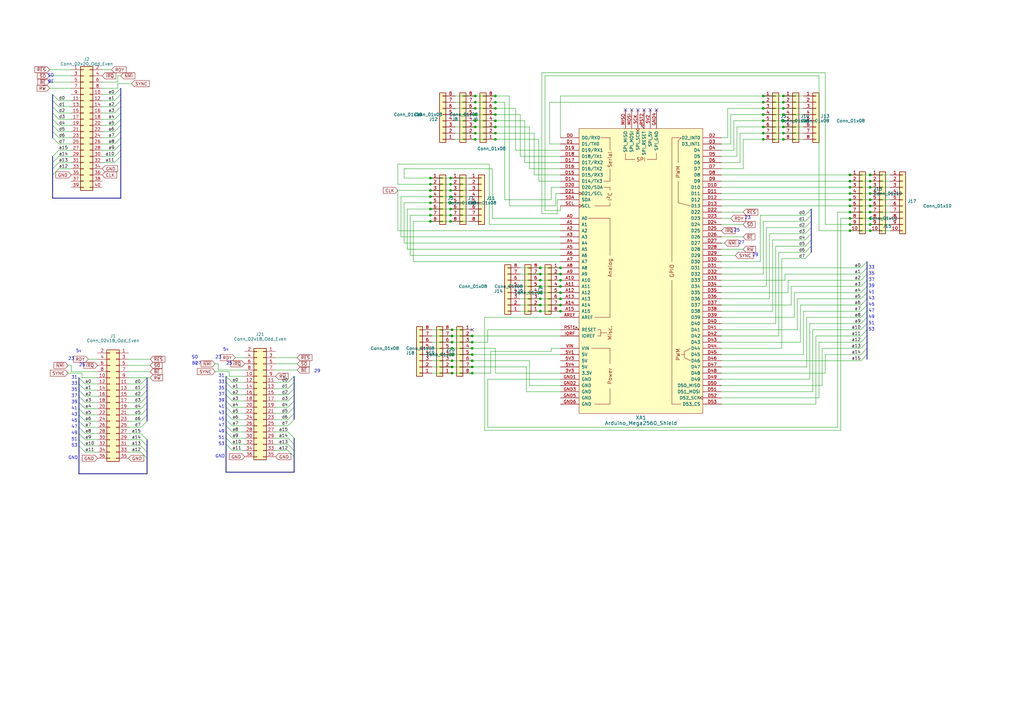
<source format=kicad_sch>
(kicad_sch (version 20230121) (generator eeschema)
  (paper "A3")
  (title_block (title "AT65C02 Hobby Computer") (date "2023-03-15") (rev "Rev003") (company "This AT65C02 version by AdamT117. ") (comment 1 "Revisions to Dawid Buchwald design and additions as marked. ") (comment 2 "Tebl for the Blinkies. Daryl Rictor for the DEC-1 design.") (comment 3 "Based on Ben Eater's design. AndersBNielsen for the \"Simple Universal Modem\" design.") (comment 4 "Original Author: Dawid Buchwald with AT65C02 additions"))
  (junction (at 348.615 84.455))
  (junction (at 193.675 147.955))
  (junction (at 356.87 79.375))
  (junction (at 229.87 114.935))
  (junction (at 184.785 80.645))
  (junction (at 185.42 150.495))
  (junction (at 221.615 122.555))
  (junction (at 185.42 147.955))
  (junction (at 348.615 89.535))
  (junction (at 313.055 49.53))
  (junction (at 221.615 117.475))
  (junction (at 356.87 71.755))
  (junction (at 321.31 46.99))
  (junction (at 356.87 92.075))
  (junction (at 176.53 88.265))
  (junction (at 356.87 94.615))
  (junction (at 176.53 78.105))
  (junction (at 313.055 52.07))
  (junction (at 176.53 75.565))
  (junction (at 193.675 145.415))
  (junction (at 321.31 41.91))
  (junction (at 193.675 137.795))
  (junction (at 229.87 125.095))
  (junction (at 221.615 109.855))
  (junction (at 229.87 122.555))
  (junction (at 356.87 74.295))
  (junction (at 194.945 46.99))
  (junction (at 184.785 90.805))
  (junction (at 193.675 150.495))
  (junction (at 194.945 39.37))
  (junction (at 229.87 112.395))
  (junction (at 184.785 88.265))
  (junction (at 184.785 75.565))
  (junction (at 185.42 140.335))
  (junction (at 313.055 54.61))
  (junction (at 356.87 84.455))
  (junction (at 356.87 76.835))
  (junction (at 221.615 114.935))
  (junction (at 176.53 83.185))
  (junction (at 321.31 39.37))
  (junction (at 194.945 54.61))
  (junction (at 313.055 44.45))
  (junction (at 203.2 54.61))
  (junction (at 185.42 153.035))
  (junction (at 184.785 73.025))
  (junction (at 229.87 120.015))
  (junction (at 321.31 57.15))
  (junction (at 176.53 73.025))
  (junction (at 185.42 137.795))
  (junction (at 356.87 86.995))
  (junction (at 348.615 92.075))
  (junction (at 184.785 85.725))
  (junction (at 221.615 125.095))
  (junction (at 356.87 89.535))
  (junction (at 176.53 90.805))
  (junction (at 221.615 112.395))
  (junction (at 176.53 85.725))
  (junction (at 176.53 80.645))
  (junction (at 203.2 57.15))
  (junction (at 203.2 44.45))
  (junction (at 184.785 78.105))
  (junction (at 313.055 39.37))
  (junction (at 313.055 46.99))
  (junction (at 193.675 142.875))
  (junction (at 203.2 46.99))
  (junction (at 348.615 79.375))
  (junction (at 221.615 127.635))
  (junction (at 229.87 127.635))
  (junction (at 348.615 81.915))
  (junction (at 321.31 54.61))
  (junction (at 193.675 140.335))
  (junction (at 194.945 52.07))
  (junction (at 229.87 117.475))
  (junction (at 185.42 145.415))
  (junction (at 194.945 41.91))
  (junction (at 194.945 57.15))
  (junction (at 313.055 41.91))
  (junction (at 348.615 86.995))
  (junction (at 203.2 39.37))
  (junction (at 348.615 74.295))
  (junction (at 321.31 52.07))
  (junction (at 321.31 49.53))
  (junction (at 229.87 109.855))
  (junction (at 185.42 135.255))
  (junction (at 203.2 49.53))
  (junction (at 348.615 71.755))
  (junction (at 221.615 120.015))
  (junction (at 356.87 81.915))
  (junction (at 313.055 57.15))
  (junction (at 348.615 94.615))
  (junction (at 194.945 44.45))
  (junction (at 203.2 41.91))
  (junction (at 193.675 153.035))
  (junction (at 203.2 52.07))
  (junction (at 348.615 76.835))
  (junction (at 184.785 83.185))
  (junction (at 321.31 44.45))
  (junction (at 185.42 142.875))
  (junction (at 194.945 49.53))
  (no_connect (at 256.54 45.085))
  (no_connect (at 264.16 45.085))
  (no_connect (at 266.7 45.085))
  (no_connect (at 259.08 45.085))
  (no_connect (at 261.62 45.085))
  (no_connect (at 193.675 135.255))
  (no_connect (at 269.24 45.085))
  (bus_entry (at 32.385 154.94) (size 2.54 2.54))
  (bus_entry (at 60.325 185.42) (size -2.54 -2.54))
  (bus_entry (at 57.785 162.56) (size 2.54 -2.54))
  (bus_entry (at 49.53 51.435) (size -2.54 2.54))
  (bus_entry (at 330.2 90.805) (size 2.54 -2.54))
  (bus_entry (at 118.11 161.925) (size 2.54 -2.54))
  (bus_entry (at 49.53 61.595) (size -2.54 2.54))
  (bus_entry (at 330.2 88.265) (size 2.54 -2.54))
  (bus_entry (at 32.385 172.72) (size 2.54 2.54))
  (bus_entry (at 92.71 159.385) (size 2.54 2.54))
  (bus_entry (at 32.385 182.88) (size 2.54 2.54))
  (bus_entry (at 355.6 114.935) (size -2.54 2.54))
  (bus_entry (at 355.6 137.795) (size -2.54 2.54))
  (bus_entry (at 57.785 175.26) (size 2.54 -2.54))
  (bus_entry (at 49.53 46.355) (size -2.54 2.54))
  (bus_entry (at 49.53 53.975) (size -2.54 2.54))
  (bus_entry (at 355.6 135.255) (size -2.54 2.54))
  (bus_entry (at 57.785 160.02) (size 2.54 -2.54))
  (bus_entry (at 355.6 130.175) (size -2.54 2.54))
  (bus_entry (at 60.325 187.96) (size -2.54 -2.54))
  (bus_entry (at 57.785 167.64) (size 2.54 -2.54))
  (bus_entry (at 355.6 142.875) (size -2.54 2.54))
  (bus_entry (at 32.385 167.64) (size 2.54 2.54))
  (bus_entry (at 355.6 120.015) (size -2.54 2.54))
  (bus_entry (at 21.59 71.755) (size 2.54 -2.54))
  (bus_entry (at 330.2 106.045) (size 2.54 -2.54))
  (bus_entry (at 330.2 95.885) (size 2.54 -2.54))
  (bus_entry (at 118.11 172.085) (size 2.54 -2.54))
  (bus_entry (at 120.65 179.705) (size -2.54 -2.54))
  (bus_entry (at 24.13 43.815) (size -2.54 -2.54))
  (bus_entry (at 32.385 177.8) (size 2.54 2.54))
  (bus_entry (at 92.71 179.705) (size 2.54 2.54))
  (bus_entry (at 118.11 174.625) (size 2.54 -2.54))
  (bus_entry (at 355.6 107.315) (size -2.54 2.54))
  (bus_entry (at 118.11 167.005) (size 2.54 -2.54))
  (bus_entry (at 24.13 51.435) (size -2.54 -2.54))
  (bus_entry (at 330.2 103.505) (size 2.54 -2.54))
  (bus_entry (at 355.6 125.095) (size -2.54 2.54))
  (bus_entry (at 24.13 48.895) (size -2.54 -2.54))
  (bus_entry (at 355.6 145.415) (size -2.54 2.54))
  (bus_entry (at 355.6 109.855) (size -2.54 2.54))
  (bus_entry (at 60.325 182.88) (size -2.54 -2.54))
  (bus_entry (at 21.59 69.215) (size 2.54 -2.54))
  (bus_entry (at 355.6 140.335) (size -2.54 2.54))
  (bus_entry (at 118.11 164.465) (size 2.54 -2.54))
  (bus_entry (at 355.6 127.635) (size -2.54 2.54))
  (bus_entry (at 49.53 41.275) (size -2.54 2.54))
  (bus_entry (at 32.385 160.02) (size 2.54 2.54))
  (bus_entry (at 32.385 162.56) (size 2.54 2.54))
  (bus_entry (at 330.2 93.345) (size 2.54 -2.54))
  (bus_entry (at 60.325 180.34) (size -2.54 -2.54))
  (bus_entry (at 21.59 64.135) (size 2.54 -2.54))
  (bus_entry (at 24.13 53.975) (size -2.54 -2.54))
  (bus_entry (at 355.6 132.715) (size -2.54 2.54))
  (bus_entry (at 49.53 59.055) (size -2.54 2.54))
  (bus_entry (at 118.11 169.545) (size 2.54 -2.54))
  (bus_entry (at 355.6 117.475) (size -2.54 2.54))
  (bus_entry (at 120.65 184.785) (size -2.54 -2.54))
  (bus_entry (at 32.385 175.26) (size 2.54 2.54))
  (bus_entry (at 330.2 98.425) (size 2.54 -2.54))
  (bus_entry (at 118.11 159.385) (size 2.54 -2.54))
  (bus_entry (at 92.71 161.925) (size 2.54 2.54))
  (bus_entry (at 92.71 164.465) (size 2.54 2.54))
  (bus_entry (at 355.6 122.555) (size -2.54 2.54))
  (bus_entry (at 49.53 38.735) (size -2.54 2.54))
  (bus_entry (at 92.71 182.245) (size 2.54 2.54))
  (bus_entry (at 92.71 154.305) (size 2.54 2.54))
  (bus_entry (at 120.65 182.245) (size -2.54 -2.54))
  (bus_entry (at 57.785 165.1) (size 2.54 -2.54))
  (bus_entry (at 49.53 48.895) (size -2.54 2.54))
  (bus_entry (at 92.71 177.165) (size 2.54 2.54))
  (bus_entry (at 32.385 180.34) (size 2.54 2.54))
  (bus_entry (at 92.71 169.545) (size 2.54 2.54))
  (bus_entry (at 92.71 167.005) (size 2.54 2.54))
  (bus_entry (at 24.13 59.055) (size -2.54 -2.54))
  (bus_entry (at 57.785 172.72) (size 2.54 -2.54))
  (bus_entry (at 118.11 156.845) (size 2.54 -2.54))
  (bus_entry (at 330.2 100.965) (size 2.54 -2.54))
  (bus_entry (at 21.59 66.675) (size 2.54 -2.54))
  (bus_entry (at 92.71 156.845) (size 2.54 2.54))
  (bus_entry (at 57.785 170.18) (size 2.54 -2.54))
  (bus_entry (at 24.13 46.355) (size -2.54 -2.54))
  (bus_entry (at 49.53 56.515) (size -2.54 2.54))
  (bus_entry (at 32.385 165.1) (size 2.54 2.54))
  (bus_entry (at 92.71 172.085) (size 2.54 2.54))
  (bus_entry (at 92.71 174.625) (size 2.54 2.54))
  (bus_entry (at 49.53 64.135) (size -2.54 2.54))
  (bus_entry (at 49.53 43.815) (size -2.54 2.54))
  (bus_entry (at 57.785 157.48) (size 2.54 -2.54))
  (bus_entry (at 49.53 36.195) (size -2.54 2.54))
  (bus_entry (at 24.13 56.515) (size -2.54 -2.54))
  (bus_entry (at 24.13 41.275) (size -2.54 -2.54))
  (bus_entry (at 355.6 112.395) (size -2.54 2.54))
  (bus_entry (at 120.65 187.325) (size -2.54 -2.54))
  (bus_entry (at 32.385 170.18) (size 2.54 2.54))
  (bus_entry (at 32.385 157.48) (size 2.54 2.54))
  (wire (pts (xy 176.53 85.725) (xy 184.785 85.725)))
  (wire (pts (xy 217.17 158.115) (xy 217.17 147.955)))
  (wire (pts (xy 52.705 160.02) (xy 57.785 160.02)))
  (bus (pts (xy 120.65 169.545) (xy 120.65 172.085)))
  (bus (pts (xy 49.53 36.195) (xy 49.53 38.735)))
  (wire (pts (xy 198.755 130.175) (xy 198.755 176.53)))
  (wire (pts (xy 184.785 88.265) (xy 192.405 88.265)))
  (wire (pts (xy 95.25 182.245) (xy 100.33 182.245)))
  (wire (pts (xy 302.26 52.07) (xy 313.055 52.07)))
  (wire (pts (xy 52.705 172.72) (xy 57.785 172.72)))
  (wire (pts (xy 229.87 86.36) (xy 229.87 84.455)))
  (wire (pts (xy 348.615 94.615) (xy 335.915 94.615)))
  (bus (pts (xy 49.53 46.355) (xy 49.53 48.895)))
  (wire (pts (xy 295.91 86.995) (xy 304.8 86.995)))
  (wire (pts (xy 113.03 169.545) (xy 118.11 169.545)))
  (wire (pts (xy 193.675 137.795) (xy 229.87 137.795)))
  (wire (pts (xy 227.965 79.375) (xy 229.87 79.375)))
  (wire (pts (xy 221.615 109.855) (xy 229.87 109.855)))
  (wire (pts (xy 95.25 172.085) (xy 100.33 172.085)))
  (wire (pts (xy 194.945 44.45) (xy 203.2 44.45)))
  (wire (pts (xy 226.06 81.915) (xy 226.06 76.835)))
  (wire (pts (xy 176.53 88.265) (xy 184.785 88.265)))
  (bus (pts (xy 49.53 38.735) (xy 49.53 41.275)))
  (wire (pts (xy 29.21 28.575) (xy 20.32 28.575)))
  (bus (pts (xy 92.71 174.625) (xy 92.71 177.165)))
  (wire (pts (xy 222.25 29.845) (xy 338.455 29.845)))
  (wire (pts (xy 338.455 92.075) (xy 348.615 92.075)))
  (bus (pts (xy 60.325 194.31) (xy 60.325 187.96)))
  (wire (pts (xy 29.21 33.655) (xy 20.32 33.655)))
  (wire (pts (xy 57.785 185.42) (xy 52.705 185.42)))
  (wire (pts (xy 348.615 76.835) (xy 356.87 76.835)))
  (wire (pts (xy 194.945 39.37) (xy 203.2 39.37)))
  (wire (pts (xy 40.005 182.88) (xy 34.925 182.88)))
  (wire (pts (xy 295.91 132.715) (xy 318.135 132.715)))
  (wire (pts (xy 95.25 164.465) (xy 100.33 164.465)))
  (wire (pts (xy 315.595 95.885) (xy 330.2 95.885)))
  (wire (pts (xy 41.91 41.275) (xy 46.99 41.275)))
  (bus (pts (xy 21.59 48.895) (xy 21.59 51.435)))
  (bus (pts (xy 60.325 185.42) (xy 60.325 182.88)))
  (wire (pts (xy 29.21 59.055) (xy 24.13 59.055)))
  (wire (pts (xy 295.91 125.095) (xy 324.485 125.095)))
  (wire (pts (xy 41.91 38.735) (xy 46.99 38.735)))
  (wire (pts (xy 348.615 94.615) (xy 356.87 94.615)))
  (wire (pts (xy 329.565 49.53) (xy 321.31 49.53)))
  (wire (pts (xy 40.005 157.48) (xy 34.925 157.48)))
  (wire (pts (xy 365.125 79.375) (xy 356.87 79.375)))
  (bus (pts (xy 355.6 145.415) (xy 355.6 142.875)))
  (wire (pts (xy 52.705 162.56) (xy 57.785 162.56)))
  (wire (pts (xy 52.705 175.26) (xy 57.785 175.26)))
  (wire (pts (xy 295.91 79.375) (xy 348.615 79.375)))
  (wire (pts (xy 324.485 125.095) (xy 324.485 117.475)))
  (wire (pts (xy 48.26 33.655) (xy 48.26 31.115)))
  (wire (pts (xy 343.535 86.995) (xy 348.615 86.995)))
  (bus (pts (xy 120.65 159.385) (xy 120.65 161.925)))
  (wire (pts (xy 163.195 75.565) (xy 176.53 75.565)))
  (wire (pts (xy 203.2 44.45) (xy 211.455 44.45)))
  (wire (pts (xy 221.615 125.095) (xy 229.87 125.095)))
  (wire (pts (xy 40.005 160.02) (xy 34.925 160.02)))
  (wire (pts (xy 226.06 144.145) (xy 226.06 142.875)))
  (wire (pts (xy 213.36 120.015) (xy 221.615 120.015)))
  (wire (pts (xy 321.31 44.45) (xy 313.055 44.45)))
  (wire (pts (xy 184.785 78.105) (xy 192.405 78.105)))
  (wire (pts (xy 169.545 107.315) (xy 229.87 107.315)))
  (wire (pts (xy 169.545 90.805) (xy 169.545 107.315)))
  (wire (pts (xy 219.075 54.61) (xy 219.075 71.755)))
  (bus (pts (xy 49.53 48.895) (xy 49.53 51.435)))
  (bus (pts (xy 60.325 170.18) (xy 60.325 172.72)))
  (bus (pts (xy 32.385 182.88) (xy 32.385 194.31)))
  (wire (pts (xy 220.98 74.295) (xy 229.87 74.295)))
  (wire (pts (xy 185.42 150.495) (xy 193.675 150.495)))
  (wire (pts (xy 215.265 49.53) (xy 215.265 66.675)))
  (bus (pts (xy 120.65 184.785) (xy 120.65 182.245)))
  (bus (pts (xy 32.385 162.56) (xy 32.385 165.1)))
  (wire (pts (xy 186.69 52.07) (xy 194.945 52.07)))
  (wire (pts (xy 295.91 107.315) (xy 311.785 107.315)))
  (wire (pts (xy 52.705 152.4) (xy 61.595 152.4)))
  (wire (pts (xy 60.325 154.94) (xy 61.595 154.94)))
  (wire (pts (xy 295.91 66.675) (xy 303.53 66.675)))
  (wire (pts (xy 203.2 52.07) (xy 217.17 52.07)))
  (wire (pts (xy 365.125 76.835) (xy 356.87 76.835)))
  (wire (pts (xy 229.87 39.37) (xy 313.055 39.37)))
  (wire (pts (xy 40.005 147.32) (xy 36.195 147.32)))
  (bus (pts (xy 332.74 93.345) (xy 332.74 95.885)))
  (wire (pts (xy 165.735 83.185) (xy 176.53 83.185)))
  (wire (pts (xy 27.94 149.86) (xy 29.21 149.86)))
  (wire (pts (xy 167.005 102.235) (xy 229.87 102.235)))
  (bus (pts (xy 120.65 187.325) (xy 120.65 184.785)))
  (bus (pts (xy 60.325 162.56) (xy 60.325 165.1)))
  (wire (pts (xy 113.03 172.085) (xy 118.11 172.085)))
  (wire (pts (xy 95.25 167.005) (xy 100.33 167.005)))
  (wire (pts (xy 300.99 61.595) (xy 300.99 49.53)))
  (wire (pts (xy 29.21 56.515) (xy 24.13 56.515)))
  (wire (pts (xy 217.17 69.215) (xy 229.87 69.215)))
  (wire (pts (xy 337.185 158.115) (xy 337.185 142.875)))
  (wire (pts (xy 169.545 90.805) (xy 176.53 90.805)))
  (wire (pts (xy 184.785 75.565) (xy 192.405 75.565)))
  (wire (pts (xy 225.425 41.91) (xy 313.055 41.91)))
  (bus (pts (xy 21.59 38.735) (xy 21.59 41.275)))
  (wire (pts (xy 365.125 84.455) (xy 356.87 84.455)))
  (wire (pts (xy 186.69 54.61) (xy 194.945 54.61)))
  (wire (pts (xy 40.005 152.4) (xy 29.21 152.4)))
  (wire (pts (xy 213.36 46.99) (xy 213.36 64.135)))
  (wire (pts (xy 93.98 154.305) (xy 100.33 154.305)))
  (wire (pts (xy 295.91 122.555) (xy 315.595 122.555)))
  (wire (pts (xy 295.91 97.155) (xy 304.8 97.155)))
  (wire (pts (xy 24.13 61.595) (xy 29.21 61.595)))
  (wire (pts (xy 213.36 125.095) (xy 221.615 125.095)))
  (wire (pts (xy 194.945 41.91) (xy 203.2 41.91)))
  (bus (pts (xy 355.6 112.395) (xy 355.6 114.935)))
  (wire (pts (xy 177.165 137.795) (xy 185.42 137.795)))
  (wire (pts (xy 329.565 41.91) (xy 321.31 41.91)))
  (wire (pts (xy 335.915 163.195) (xy 335.915 140.335)))
  (wire (pts (xy 325.755 120.015) (xy 325.755 130.175)))
  (bus (pts (xy 92.71 193.675) (xy 120.65 193.675)))
  (bus (pts (xy 92.71 177.165) (xy 92.71 179.705)))
  (wire (pts (xy 325.755 130.175) (xy 295.91 130.175)))
  (wire (pts (xy 203.2 39.37) (xy 208.915 39.37)))
  (wire (pts (xy 203.2 142.875) (xy 193.675 142.875)))
  (wire (pts (xy 356.87 81.915) (xy 348.615 81.915)))
  (wire (pts (xy 329.565 39.37) (xy 321.31 39.37)))
  (wire (pts (xy 221.615 112.395) (xy 229.87 112.395)))
  (bus (pts (xy 92.71 167.005) (xy 92.71 169.545)))
  (wire (pts (xy 316.865 98.425) (xy 330.2 98.425)))
  (wire (pts (xy 203.2 54.61) (xy 219.075 54.61)))
  (wire (pts (xy 29.21 36.195) (xy 20.32 36.195)))
  (wire (pts (xy 365.125 71.755) (xy 356.87 71.755)))
  (bus (pts (xy 120.65 193.675) (xy 120.65 187.325)))
  (bus (pts (xy 60.325 165.1) (xy 60.325 167.64)))
  (wire (pts (xy 295.91 102.235) (xy 304.8 102.235)))
  (wire (pts (xy 329.565 145.415) (xy 329.565 127.635)))
  (wire (pts (xy 299.72 59.055) (xy 295.91 59.055)))
  (bus (pts (xy 332.74 85.725) (xy 332.74 88.265)))
  (wire (pts (xy 333.375 135.255) (xy 353.06 135.255)))
  (wire (pts (xy 295.91 153.035) (xy 338.455 153.035)))
  (bus (pts (xy 332.74 98.425) (xy 332.74 100.965)))
  (wire (pts (xy 215.265 66.675) (xy 229.87 66.675)))
  (wire (pts (xy 29.21 31.115) (xy 20.32 31.115)))
  (bus (pts (xy 49.53 41.275) (xy 49.53 43.815)))
  (wire (pts (xy 177.165 135.255) (xy 185.42 135.255)))
  (bus (pts (xy 21.59 71.755) (xy 21.59 81.28)))
  (wire (pts (xy 113.03 156.845) (xy 118.11 156.845)))
  (wire (pts (xy 185.42 135.255) (xy 193.675 135.255)))
  (wire (pts (xy 176.53 80.645) (xy 184.785 80.645)))
  (wire (pts (xy 219.075 71.755) (xy 229.87 71.755)))
  (wire (pts (xy 215.9 160.655) (xy 215.9 150.495)))
  (wire (pts (xy 365.125 86.995) (xy 356.87 86.995)))
  (wire (pts (xy 41.91 28.575) (xy 45.72 28.575)))
  (wire (pts (xy 29.21 46.355) (xy 24.13 46.355)))
  (wire (pts (xy 215.9 150.495) (xy 193.675 150.495)))
  (wire (pts (xy 208.915 39.37) (xy 208.915 84.455)))
  (wire (pts (xy 298.45 44.45) (xy 313.055 44.45)))
  (wire (pts (xy 203.2 153.035) (xy 203.2 142.875)))
  (wire (pts (xy 89.535 151.765) (xy 100.33 151.765)))
  (wire (pts (xy 295.91 74.295) (xy 348.615 74.295)))
  (wire (pts (xy 165.735 99.695) (xy 229.87 99.695)))
  (wire (pts (xy 201.295 153.035) (xy 201.295 144.145)))
  (wire (pts (xy 321.31 41.91) (xy 313.055 41.91)))
  (wire (pts (xy 319.405 137.795) (xy 295.91 137.795)))
  (wire (pts (xy 113.03 177.165) (xy 118.11 177.165)))
  (bus (pts (xy 355.6 120.015) (xy 355.6 122.555)))
  (wire (pts (xy 52.705 165.1) (xy 57.785 165.1)))
  (wire (pts (xy 314.325 117.475) (xy 295.91 117.475)))
  (wire (pts (xy 29.21 48.895) (xy 24.13 48.895)))
  (wire (pts (xy 113.03 149.225) (xy 121.92 149.225)))
  (bus (pts (xy 355.6 122.555) (xy 355.6 125.095)))
  (bus (pts (xy 21.59 69.215) (xy 21.59 66.675)))
  (wire (pts (xy 332.105 155.575) (xy 332.105 132.715)))
  (wire (pts (xy 29.21 152.4) (xy 29.21 149.86)))
  (bus (pts (xy 32.385 157.48) (xy 32.385 160.02)))
  (wire (pts (xy 229.87 130.175) (xy 198.755 130.175)))
  (wire (pts (xy 201.93 69.215) (xy 201.93 89.535)))
  (wire (pts (xy 163.195 78.105) (xy 163.195 94.615)))
  (bus (pts (xy 60.325 187.96) (xy 60.325 185.42)))
  (wire (pts (xy 311.785 107.315) (xy 311.785 88.265)))
  (bus (pts (xy 21.59 66.675) (xy 21.59 64.135)))
  (wire (pts (xy 185.42 137.795) (xy 193.675 137.795)))
  (bus (pts (xy 92.71 182.245) (xy 92.71 193.675)))
  (wire (pts (xy 295.91 61.595) (xy 300.99 61.595)))
  (wire (pts (xy 225.425 59.055) (xy 225.425 41.91)))
  (wire (pts (xy 295.91 109.855) (xy 353.06 109.855)))
  (wire (pts (xy 295.91 76.835) (xy 348.615 76.835)))
  (bus (pts (xy 21.59 71.755) (xy 21.59 69.215)))
  (wire (pts (xy 185.42 142.875) (xy 193.675 142.875)))
  (wire (pts (xy 344.805 89.535) (xy 348.615 89.535)))
  (wire (pts (xy 356.87 84.455) (xy 348.615 84.455)))
  (bus (pts (xy 32.385 177.8) (xy 32.385 180.34)))
  (wire (pts (xy 41.91 66.675) (xy 46.99 66.675)))
  (wire (pts (xy 95.25 161.925) (xy 100.33 161.925)))
  (wire (pts (xy 194.945 57.15) (xy 203.2 57.15)))
  (wire (pts (xy 193.675 145.415) (xy 229.87 145.415)))
  (wire (pts (xy 338.455 153.035) (xy 338.455 145.415)))
  (bus (pts (xy 355.6 117.475) (xy 355.6 120.015)))
  (bus (pts (xy 120.65 164.465) (xy 120.65 167.005)))
  (wire (pts (xy 165.735 73.025) (xy 165.735 69.215)))
  (wire (pts (xy 164.465 80.645) (xy 176.53 80.645)))
  (wire (pts (xy 29.21 51.435) (xy 24.13 51.435)))
  (wire (pts (xy 88.265 152.4) (xy 93.98 152.4)))
  (wire (pts (xy 229.87 158.115) (xy 217.17 158.115)))
  (wire (pts (xy 299.72 46.99) (xy 299.72 59.055)))
  (wire (pts (xy 200.025 155.575) (xy 200.025 175.26)))
  (wire (pts (xy 184.785 83.185) (xy 192.405 83.185)))
  (wire (pts (xy 221.615 120.015) (xy 229.87 120.015)))
  (bus (pts (xy 32.385 175.26) (xy 32.385 177.8)))
  (wire (pts (xy 229.87 155.575) (xy 200.025 155.575)))
  (wire (pts (xy 113.03 159.385) (xy 118.11 159.385)))
  (wire (pts (xy 185.42 145.415) (xy 193.675 145.415)))
  (wire (pts (xy 95.25 179.705) (xy 100.33 179.705)))
  (wire (pts (xy 295.91 89.535) (xy 299.72 89.535)))
  (wire (pts (xy 229.87 39.37) (xy 229.87 56.515)))
  (wire (pts (xy 323.215 114.935) (xy 323.215 120.015)))
  (bus (pts (xy 49.53 59.055) (xy 49.53 61.595)))
  (wire (pts (xy 301.625 104.775) (xy 295.91 104.775)))
  (bus (pts (xy 355.6 107.315) (xy 355.6 109.855)))
  (bus (pts (xy 49.53 61.595) (xy 49.53 64.135)))
  (wire (pts (xy 329.565 46.99) (xy 321.31 46.99)))
  (wire (pts (xy 52.705 167.64) (xy 57.785 167.64)))
  (wire (pts (xy 334.645 137.795) (xy 353.06 137.795)))
  (wire (pts (xy 163.195 67.31) (xy 200.66 67.31)))
  (wire (pts (xy 95.25 177.165) (xy 100.33 177.165)))
  (wire (pts (xy 334.645 165.735) (xy 334.645 137.795)))
  (wire (pts (xy 211.455 61.595) (xy 229.87 61.595)))
  (wire (pts (xy 328.295 125.095) (xy 328.295 140.335)))
  (wire (pts (xy 229.87 135.255) (xy 200.025 135.255)))
  (wire (pts (xy 321.31 57.15) (xy 313.055 57.15)))
  (bus (pts (xy 92.71 161.925) (xy 92.71 164.465)))
  (wire (pts (xy 356.87 94.615) (xy 365.125 94.615)))
  (bus (pts (xy 355.6 137.795) (xy 355.6 140.335)))
  (wire (pts (xy 299.72 46.99) (xy 313.055 46.99)))
  (wire (pts (xy 95.25 174.625) (xy 100.33 174.625)))
  (bus (pts (xy 21.59 43.815) (xy 21.59 46.355)))
  (wire (pts (xy 194.945 54.61) (xy 203.2 54.61)))
  (wire (pts (xy 330.835 150.495) (xy 295.91 150.495)))
  (wire (pts (xy 201.295 144.145) (xy 226.06 144.145)))
  (wire (pts (xy 321.31 52.07) (xy 313.055 52.07)))
  (wire (pts (xy 314.325 93.345) (xy 314.325 117.475)))
  (wire (pts (xy 213.36 117.475) (xy 221.615 117.475)))
  (wire (pts (xy 41.91 61.595) (xy 46.99 61.595)))
  (wire (pts (xy 335.915 31.115) (xy 223.52 31.115)))
  (wire (pts (xy 211.455 44.45) (xy 211.455 61.595)))
  (wire (pts (xy 323.215 120.015) (xy 295.91 120.015)))
  (wire (pts (xy 52.705 154.94) (xy 60.325 154.94)))
  (wire (pts (xy 302.26 64.135) (xy 302.26 52.07)))
  (wire (pts (xy 295.91 145.415) (xy 329.565 145.415)))
  (bus (pts (xy 32.385 160.02) (xy 32.385 162.56)))
  (wire (pts (xy 325.755 120.015) (xy 353.06 120.015)))
  (wire (pts (xy 113.03 174.625) (xy 118.11 174.625)))
  (bus (pts (xy 21.59 41.275) (xy 21.59 43.815)))
  (wire (pts (xy 221.615 117.475) (xy 229.87 117.475)))
  (wire (pts (xy 177.165 142.875) (xy 185.42 142.875)))
  (wire (pts (xy 24.13 69.215) (xy 29.21 69.215)))
  (bus (pts (xy 32.385 194.31) (xy 60.325 194.31)))
  (wire (pts (xy 229.87 160.655) (xy 215.9 160.655)))
  (wire (pts (xy 194.945 49.53) (xy 203.2 49.53)))
  (wire (pts (xy 163.195 78.105) (xy 176.53 78.105)))
  (wire (pts (xy 295.91 81.915) (xy 348.615 81.915)))
  (wire (pts (xy 203.2 57.15) (xy 220.98 57.15)))
  (wire (pts (xy 193.675 153.035) (xy 201.295 153.035)))
  (bus (pts (xy 355.6 135.255) (xy 355.6 137.795)))
  (wire (pts (xy 41.91 43.815) (xy 46.99 43.815)))
  (wire (pts (xy 95.25 184.785) (xy 100.33 184.785)))
  (wire (pts (xy 295.91 64.135) (xy 302.26 64.135)))
  (wire (pts (xy 57.785 177.8) (xy 52.705 177.8)))
  (bus (pts (xy 120.65 182.245) (xy 120.65 179.705)))
  (wire (pts (xy 320.675 106.045) (xy 330.2 106.045)))
  (wire (pts (xy 95.25 169.545) (xy 100.33 169.545)))
  (wire (pts (xy 176.53 90.805) (xy 184.785 90.805)))
  (bus (pts (xy 92.71 156.845) (xy 92.71 159.385)))
  (wire (pts (xy 338.455 29.845) (xy 338.455 92.075)))
  (wire (pts (xy 227.965 84.455) (xy 227.965 79.375)))
  (wire (pts (xy 24.13 64.135) (xy 29.21 64.135)))
  (wire (pts (xy 321.31 39.37) (xy 313.055 39.37)))
  (wire (pts (xy 217.17 147.955) (xy 193.675 147.955)))
  (wire (pts (xy 226.06 76.835) (xy 229.87 76.835)))
  (wire (pts (xy 40.005 172.72) (xy 34.925 172.72)))
  (wire (pts (xy 201.93 89.535) (xy 229.87 89.535)))
  (wire (pts (xy 186.69 41.91) (xy 194.945 41.91)))
  (wire (pts (xy 203.2 46.99) (xy 213.36 46.99)))
  (wire (pts (xy 176.53 73.025) (xy 184.785 73.025)))
  (wire (pts (xy 295.91 114.935) (xy 321.945 114.935)))
  (wire (pts (xy 194.945 52.07) (xy 203.2 52.07)))
  (bus (pts (xy 32.385 180.34) (xy 32.385 182.88)))
  (bus (pts (xy 49.53 51.435) (xy 49.53 53.975)))
  (wire (pts (xy 229.87 81.915) (xy 228.6 81.915)))
  (wire (pts (xy 29.21 53.975) (xy 24.13 53.975)))
  (wire (pts (xy 222.25 87.63) (xy 222.25 29.845)))
  (wire (pts (xy 356.87 71.755) (xy 348.615 71.755)))
  (wire (pts (xy 333.375 135.255) (xy 333.375 160.655)))
  (wire (pts (xy 113.03 164.465) (xy 118.11 164.465)))
  (wire (pts (xy 52.705 170.18) (xy 57.785 170.18)))
  (wire (pts (xy 186.69 39.37) (xy 194.945 39.37)))
  (wire (pts (xy 207.01 81.915) (xy 226.06 81.915)))
  (wire (pts (xy 356.87 89.535) (xy 348.615 89.535)))
  (wire (pts (xy 113.03 146.685) (xy 121.92 146.685)))
  (wire (pts (xy 40.005 177.8) (xy 34.925 177.8)))
  (wire (pts (xy 303.53 54.61) (xy 313.055 54.61)))
  (wire (pts (xy 95.25 156.845) (xy 100.33 156.845)))
  (wire (pts (xy 344.805 176.53) (xy 344.805 89.535)))
  (wire (pts (xy 89.535 151.765) (xy 89.535 149.225)))
  (wire (pts (xy 333.375 160.655) (xy 295.91 160.655)))
  (wire (pts (xy 184.785 80.645) (xy 192.405 80.645)))
  (bus (pts (xy 32.385 172.72) (xy 32.385 175.26)))
  (wire (pts (xy 48.26 36.195) (xy 48.26 34.29)))
  (bus (pts (xy 49.53 43.815) (xy 49.53 46.355)))
  (wire (pts (xy 304.8 57.15) (xy 304.8 69.215)))
  (bus (pts (xy 92.71 164.465) (xy 92.71 167.005)))
  (wire (pts (xy 164.465 80.645) (xy 164.465 97.155)))
  (wire (pts (xy 41.91 53.975) (xy 46.99 53.975)))
  (wire (pts (xy 315.595 122.555) (xy 315.595 95.885)))
  (wire (pts (xy 318.135 132.715) (xy 318.135 100.965)))
  (bus (pts (xy 92.71 154.305) (xy 92.71 156.845)))
  (bus (pts (xy 332.74 88.265) (xy 332.74 90.805)))
  (bus (pts (xy 49.53 64.135) (xy 49.53 81.28)))
  (wire (pts (xy 298.45 56.515) (xy 295.91 56.515)))
  (wire (pts (xy 295.91 135.255) (xy 327.025 135.255)))
  (wire (pts (xy 40.005 165.1) (xy 34.925 165.1)))
  (wire (pts (xy 213.36 114.935) (xy 221.615 114.935)))
  (bus (pts (xy 21.59 53.975) (xy 21.59 56.515)))
  (bus (pts (xy 332.74 95.885) (xy 332.74 98.425)))
  (wire (pts (xy 41.91 59.055) (xy 46.99 59.055)))
  (wire (pts (xy 223.52 31.115) (xy 223.52 86.36)))
  (wire (pts (xy 319.405 103.505) (xy 319.405 137.795)))
  (wire (pts (xy 338.455 145.415) (xy 353.06 145.415)))
  (bus (pts (xy 92.71 159.385) (xy 92.71 161.925)))
  (wire (pts (xy 316.865 127.635) (xy 295.91 127.635)))
  (bus (pts (xy 332.74 90.805) (xy 332.74 93.345)))
  (wire (pts (xy 203.2 49.53) (xy 215.265 49.53)))
  (wire (pts (xy 113.03 179.705) (xy 118.11 179.705)))
  (wire (pts (xy 40.005 162.56) (xy 34.925 162.56)))
  (wire (pts (xy 186.69 44.45) (xy 194.945 44.45)))
  (wire (pts (xy 96.52 146.685) (xy 100.33 146.685)))
  (wire (pts (xy 176.53 78.105) (xy 184.785 78.105)))
  (bus (pts (xy 120.65 154.305) (xy 120.65 156.845)))
  (wire (pts (xy 223.52 86.36) (xy 229.87 86.36)))
  (wire (pts (xy 207.01 41.91) (xy 207.01 81.915)))
  (wire (pts (xy 297.18 99.695) (xy 295.91 99.695)))
  (wire (pts (xy 337.185 142.875) (xy 353.06 142.875)))
  (wire (pts (xy 41.91 48.895) (xy 46.99 48.895)))
  (wire (pts (xy 335.915 140.335) (xy 353.06 140.335)))
  (wire (pts (xy 303.53 54.61) (xy 303.53 66.675)))
  (wire (pts (xy 329.565 52.07) (xy 321.31 52.07)))
  (wire (pts (xy 328.295 140.335) (xy 295.91 140.335)))
  (wire (pts (xy 184.785 90.805) (xy 192.405 90.805)))
  (bus (pts (xy 60.325 154.94) (xy 60.325 157.48)))
  (wire (pts (xy 177.165 145.415) (xy 185.42 145.415)))
  (bus (pts (xy 32.385 154.94) (xy 32.385 157.48)))
  (wire (pts (xy 329.565 127.635) (xy 353.06 127.635)))
  (wire (pts (xy 200.66 67.31) (xy 200.66 92.075)))
  (wire (pts (xy 33.655 154.94) (xy 33.655 153.035)))
  (wire (pts (xy 165.735 69.215) (xy 201.93 69.215)))
  (wire (pts (xy 313.055 112.395) (xy 295.91 112.395)))
  (wire (pts (xy 356.87 79.375) (xy 348.615 79.375)))
  (bus (pts (xy 21.59 51.435) (xy 21.59 53.975)))
  (wire (pts (xy 52.705 157.48) (xy 57.785 157.48)))
  (bus (pts (xy 92.71 172.085) (xy 92.71 174.625)))
  (wire (pts (xy 177.165 150.495) (xy 185.42 150.495)))
  (wire (pts (xy 295.91 142.875) (xy 320.675 142.875)))
  (wire (pts (xy 167.005 85.725) (xy 176.53 85.725)))
  (bus (pts (xy 120.65 161.925) (xy 120.65 164.465)))
  (wire (pts (xy 295.91 147.955) (xy 353.06 147.955)))
  (wire (pts (xy 165.735 73.025) (xy 176.53 73.025)))
  (wire (pts (xy 167.005 102.235) (xy 167.005 85.725)))
  (wire (pts (xy 356.87 86.995) (xy 348.615 86.995)))
  (wire (pts (xy 41.91 36.195) (xy 48.26 36.195)))
  (bus (pts (xy 355.6 130.175) (xy 355.6 132.715)))
  (wire (pts (xy 40.005 175.26) (xy 34.925 175.26)))
  (bus (pts (xy 60.325 160.02) (xy 60.325 162.56)))
  (wire (pts (xy 41.91 64.135) (xy 46.99 64.135)))
  (wire (pts (xy 208.915 84.455) (xy 227.965 84.455)))
  (wire (pts (xy 29.21 41.275) (xy 24.13 41.275)))
  (wire (pts (xy 295.91 165.735) (xy 334.645 165.735)))
  (wire (pts (xy 163.195 94.615) (xy 229.87 94.615)))
  (wire (pts (xy 177.165 147.955) (xy 185.42 147.955)))
  (wire (pts (xy 229.87 153.035) (xy 203.2 153.035)))
  (bus (pts (xy 120.65 167.005) (xy 120.65 169.545)))
  (wire (pts (xy 295.91 155.575) (xy 332.105 155.575)))
  (wire (pts (xy 329.565 44.45) (xy 321.31 44.45)))
  (wire (pts (xy 321.31 54.61) (xy 313.055 54.61)))
  (wire (pts (xy 304.8 69.215) (xy 295.91 69.215)))
  (wire (pts (xy 327.025 122.555) (xy 353.06 122.555)))
  (wire (pts (xy 168.275 104.775) (xy 229.87 104.775)))
  (wire (pts (xy 313.055 90.805) (xy 313.055 112.395)))
  (wire (pts (xy 168.275 88.265) (xy 176.53 88.265)))
  (bus (pts (xy 355.6 132.715) (xy 355.6 135.255)))
  (wire (pts (xy 113.03 182.245) (xy 118.11 182.245)))
  (wire (pts (xy 330.835 130.175) (xy 353.06 130.175)))
  (wire (pts (xy 88.265 149.225) (xy 89.535 149.225)))
  (wire (pts (xy 228.6 87.63) (xy 222.25 87.63)))
  (wire (pts (xy 113.03 151.765) (xy 121.92 151.765)))
  (wire (pts (xy 217.17 52.07) (xy 217.17 69.215)))
  (wire (pts (xy 186.69 57.15) (xy 194.945 57.15)))
  (bus (pts (xy 332.74 100.965) (xy 332.74 103.505)))
  (wire (pts (xy 213.36 112.395) (xy 221.615 112.395)))
  (wire (pts (xy 163.195 67.31) (xy 163.195 75.565)))
  (wire (pts (xy 335.915 94.615) (xy 335.915 31.115)))
  (wire (pts (xy 330.835 130.175) (xy 330.835 150.495)))
  (wire (pts (xy 176.53 75.565) (xy 184.785 75.565)))
  (wire (pts (xy 321.945 114.935) (xy 321.945 112.395)))
  (wire (pts (xy 168.275 88.265) (xy 168.275 104.775)))
  (wire (pts (xy 365.125 89.535) (xy 356.87 89.535)))
  (wire (pts (xy 295.91 71.755) (xy 348.615 71.755)))
  (wire (pts (xy 332.105 132.715) (xy 353.06 132.715)))
  (wire (pts (xy 41.91 51.435) (xy 46.99 51.435)))
  (bus (pts (xy 355.6 145.415) (xy 355.6 147.32)))
  (wire (pts (xy 213.36 122.555) (xy 221.615 122.555)))
  (wire (pts (xy 29.21 43.815) (xy 24.13 43.815)))
  (wire (pts (xy 329.565 54.61) (xy 321.31 54.61)))
  (wire (pts (xy 356.87 74.295) (xy 348.615 74.295)))
  (wire (pts (xy 41.91 33.655) (xy 48.26 33.655)))
  (wire (pts (xy 41.91 46.355) (xy 46.99 46.355)))
  (wire (pts (xy 113.03 167.005) (xy 118.11 167.005)))
  (wire (pts (xy 213.36 127.635) (xy 221.615 127.635)))
  (wire (pts (xy 213.36 64.135) (xy 229.87 64.135)))
  (wire (pts (xy 328.295 125.095) (xy 353.06 125.095)))
  (wire (pts (xy 40.005 185.42) (xy 34.925 185.42)))
  (wire (pts (xy 318.135 100.965) (xy 330.2 100.965)))
  (wire (pts (xy 329.565 57.15) (xy 321.31 57.15)))
  (bus (pts (xy 49.53 56.515) (xy 49.53 59.055)))
  (bus (pts (xy 355.6 125.095) (xy 355.6 127.635)))
  (wire (pts (xy 295.91 163.195) (xy 335.915 163.195)))
  (wire (pts (xy 113.03 161.925) (xy 118.11 161.925)))
  (wire (pts (xy 295.91 92.075) (xy 304.8 92.075)))
  (bus (pts (xy 92.71 169.545) (xy 92.71 172.085)))
  (wire (pts (xy 220.98 57.15) (xy 220.98 74.295)))
  (wire (pts (xy 200.025 175.26) (xy 343.535 175.26)))
  (wire (pts (xy 176.53 83.185) (xy 184.785 83.185)))
  (wire (pts (xy 52.705 147.32) (xy 61.595 147.32)))
  (wire (pts (xy 314.325 93.345) (xy 330.2 93.345)))
  (wire (pts (xy 41.91 56.515) (xy 46.99 56.515)))
  (wire (pts (xy 49.53 31.115) (xy 48.26 31.115)))
  (bus (pts (xy 355.6 140.335) (xy 355.6 142.875)))
  (wire (pts (xy 321.945 112.395) (xy 353.06 112.395)))
  (wire (pts (xy 40.005 154.94) (xy 33.655 154.94)))
  (bus (pts (xy 355.6 109.855) (xy 355.6 112.395)))
  (wire (pts (xy 203.2 41.91) (xy 207.01 41.91)))
  (wire (pts (xy 295.91 158.115) (xy 337.185 158.115)))
  (wire (pts (xy 226.06 142.875) (xy 229.87 142.875)))
  (wire (pts (xy 113.03 184.785) (xy 118.11 184.785)))
  (wire (pts (xy 221.615 114.935) (xy 229.87 114.935)))
  (wire (pts (xy 57.785 182.88) (xy 52.705 182.88)))
  (wire (pts (xy 40.005 180.34) (xy 34.925 180.34)))
  (bus (pts (xy 60.325 167.64) (xy 60.325 170.18)))
  (wire (pts (xy 165.735 83.185) (xy 165.735 99.695)))
  (bus (pts (xy 21.59 81.28) (xy 49.53 81.28)))
  (wire (pts (xy 200.025 135.255) (xy 200.025 140.335)))
  (wire (pts (xy 321.31 46.99) (xy 313.055 46.99)))
  (wire (pts (xy 40.005 167.64) (xy 34.925 167.64)))
  (wire (pts (xy 52.705 149.86) (xy 61.595 149.86)))
  (bus (pts (xy 355.6 127.635) (xy 355.6 130.175)))
  (wire (pts (xy 24.13 66.675) (xy 29.21 66.675)))
  (bus (pts (xy 21.59 46.355) (xy 21.59 48.895)))
  (wire (pts (xy 185.42 147.955) (xy 193.675 147.955)))
  (wire (pts (xy 365.125 74.295) (xy 356.87 74.295)))
  (wire (pts (xy 200.66 92.075) (xy 229.87 92.075)))
  (bus (pts (xy 355.6 114.935) (xy 355.6 117.475)))
  (wire (pts (xy 295.91 84.455) (xy 348.615 84.455)))
  (wire (pts (xy 93.98 154.305) (xy 93.98 152.4)))
  (wire (pts (xy 184.785 73.025) (xy 192.405 73.025)))
  (bus (pts (xy 60.325 157.48) (xy 60.325 160.02)))
  (wire (pts (xy 221.615 127.635) (xy 229.87 127.635)))
  (wire (pts (xy 53.975 34.29) (xy 48.26 34.29)))
  (wire (pts (xy 177.165 140.335) (xy 185.42 140.335)))
  (wire (pts (xy 194.945 46.99) (xy 203.2 46.99)))
  (wire (pts (xy 228.6 81.915) (xy 228.6 87.63)))
  (wire (pts (xy 164.465 97.155) (xy 229.87 97.155)))
  (wire (pts (xy 184.785 85.725) (xy 192.405 85.725)))
  (wire (pts (xy 185.42 140.335) (xy 193.675 140.335)))
  (wire (pts (xy 320.675 142.875) (xy 320.675 106.045)))
  (wire (pts (xy 365.125 81.915) (xy 356.87 81.915)))
  (bus (pts (xy 120.65 156.845) (xy 120.65 159.385)))
  (wire (pts (xy 319.405 103.505) (xy 330.2 103.505)))
  (wire (pts (xy 343.535 175.26) (xy 343.535 86.995)))
  (wire (pts (xy 200.025 140.335) (xy 193.675 140.335)))
  (bus (pts (xy 32.385 167.64) (xy 32.385 170.18)))
  (wire (pts (xy 185.42 153.035) (xy 193.675 153.035)))
  (wire (pts (xy 300.99 49.53) (xy 313.055 49.53)))
  (bus (pts (xy 60.325 182.88) (xy 60.325 180.34)))
  (wire (pts (xy 186.69 46.99) (xy 194.945 46.99)))
  (wire (pts (xy 198.755 176.53) (xy 344.805 176.53)))
  (wire (pts (xy 177.165 153.035) (xy 185.42 153.035)))
  (bus (pts (xy 49.53 53.975) (xy 49.53 56.515)))
  (wire (pts (xy 95.25 159.385) (xy 100.33 159.385)))
  (wire (pts (xy 186.69 49.53) (xy 194.945 49.53)))
  (wire (pts (xy 313.055 49.53) (xy 321.31 49.53)))
  (wire (pts (xy 311.785 88.265) (xy 330.2 88.265)))
  (wire (pts (xy 316.865 98.425) (xy 316.865 127.635)))
  (wire (pts (xy 298.45 44.45) (xy 298.45 56.515)))
  (wire (pts (xy 57.785 180.34) (xy 52.705 180.34)))
  (wire (pts (xy 40.005 170.18) (xy 34.925 170.18)))
  (wire (pts (xy 221.615 122.555) (xy 229.87 122.555)))
  (wire (pts (xy 304.8 57.15) (xy 313.055 57.15)))
  (bus (pts (xy 32.385 170.18) (xy 32.385 172.72)))
  (wire (pts (xy 356.87 92.075) (xy 365.125 92.075)))
  (wire (pts (xy 348.615 92.075) (xy 356.87 92.075)))
  (wire (pts (xy 213.36 109.855) (xy 221.615 109.855)))
  (wire (pts (xy 225.425 59.055) (xy 229.87 59.055)))
  (bus (pts (xy 32.385 165.1) (xy 32.385 167.64)))
  (wire (pts (xy 324.485 117.475) (xy 353.06 117.475)))
  (wire (pts (xy 327.025 135.255) (xy 327.025 122.555)))
  (bus (pts (xy 92.71 179.705) (xy 92.71 182.245)))
  (wire (pts (xy 313.055 90.805) (xy 330.2 90.805)))
  (wire (pts (xy 27.94 153.035) (xy 33.655 153.035)))
  (wire (pts (xy 323.215 114.935) (xy 353.06 114.935)))
  (text "31" (at 29.21 155.575 0) (effects (font (size 1.27 1.27)) (justify left bottom)))
  (text "37" (at 29.21 163.195 0) (effects (font (size 1.27 1.27)) (justify left bottom)))
  (text "27" (at 305.435 100.33 0) (effects (font (size 1.27 1.27)) (justify right bottom)))
  (text "23" (at 307.975 90.17 0) (effects (font (size 1.27 1.27)) (justify right bottom)))
  (text "GND" (at 27.94 188.595 0) (effects (font (size 1.27 1.27)) (justify left bottom)))
  (text "47" (at 358.775 128.27 0) (effects (font (size 1.27 1.27)) (justify right bottom)))
  (text "25" (at 92.71 149.86 0) (effects (font (size 1.27 1.27)) (justify left bottom)))
  (text "41" (at 89.535 167.64 0) (effects (font (size 1.27 1.27)) (justify left bottom)))
  (text "39\n" (at 358.775 118.11 0) (effects (font (size 1.27 1.27)) (justify right bottom)))
  (text "45" (at 29.21 173.355 0) (effects (font (size 1.27 1.27)) (justify left bottom)))
  (text "SO" (at 81.28 147.32 0) (effects (font (size 1.27 1.27)) (justify right bottom)))
  (text "43" (at 89.535 170.18 0) (effects (font (size 1.27 1.27)) (justify left bottom)))
  (text "47" (at 29.21 175.895 0) (effects (font (size 1.27 1.27)) (justify left bottom)))
  (text "29" (at 131.445 153.035 0) (effects (font (size 1.27 1.27)) (justify right bottom)))
  (text "33" (at 29.21 158.115 0) (effects (font (size 1.27 1.27)) (justify left bottom)))
  (text "49\n" (at 89.535 177.8 0) (effects (font (size 1.27 1.27)) (justify left bottom)))
  (text "51" (at 29.21 180.975 0) (effects (font (size 1.27 1.27)) (justify left bottom)))
  (text "43" (at 358.775 123.19 0) (effects (font (size 1.27 1.27)) (justify right bottom)))
  (text "SO" (at 22.225 31.75 0) (effects (font (size 1.27 1.27)) (justify right bottom)))
  (text "5v" (at 31.115 144.78 0) (effects (font (size 1.27 1.27)) (justify left bottom)))
  (text "25" (at 32.385 150.495 0) (effects (font (size 1.27 1.27)) (justify left bottom)))
  (text "GND" (at 88.265 187.96 0) (effects (font (size 1.27 1.27)) (justify left bottom)))
  (text "29" (at 311.15 105.41 0) (effects (font (size 1.27 1.27)) (justify right bottom)))
  (text "23" (at 88.265 147.32 0) (effects (font (size 1.27 1.27)) (justify left bottom)))
  (text "47" (at 89.535 175.26 0) (effects (font (size 1.27 1.27)) (justify left bottom)))
  (text "33" (at 358.775 110.49 0) (effects (font (size 1.27 1.27)) (justify right bottom)))
  (text "35" (at 358.775 113.03 0) (effects (font (size 1.27 1.27)) (justify right bottom)))
  (text "51" (at 358.775 133.35 0) (effects (font (size 1.27 1.27)) (justify right bottom)))
  (text "53" (at 89.535 182.88 0) (effects (font (size 1.27 1.27)) (justify left bottom)))
  (text "39\n" (at 89.535 165.1 0) (effects (font (size 1.27 1.27)) (justify left bottom)))
  (text "31" (at 89.535 154.94 0) (effects (font (size 1.27 1.27)) (justify left bottom)))
  (text "43" (at 29.21 170.815 0) (effects (font (size 1.27 1.27)) (justify left bottom)))
  (text "41" (at 29.21 168.275 0) (effects (font (size 1.27 1.27)) (justify left bottom)))
  (text "35" (at 29.21 160.655 0) (effects (font (size 1.27 1.27)) (justify left bottom)))
  (text "45" (at 358.775 125.73 0) (effects (font (size 1.27 1.27)) (justify right bottom)))
  (text "39\n" (at 29.21 165.735 0) (effects (font (size 1.27 1.27)) (justify left bottom)))
  (text "25" (at 303.53 95.25 0) (effects (font (size 1.27 1.27)) (justify right bottom)))
  (text "53" (at 358.775 135.89 0) (effects (font (size 1.27 1.27)) (justify right bottom)))
  (text "27" (at 80.01 149.86 0) (effects (font (size 1.27 1.27)) (justify left bottom)))
  (text "49\n" (at 29.21 178.435 0) (effects (font (size 1.27 1.27)) (justify left bottom)))
  (text "51" (at 89.535 180.34 0) (effects (font (size 1.27 1.27)) (justify left bottom)))
  (text "BE" (at 22.225 34.29 0) (effects (font (size 1.27 1.27)) (justify right bottom)))
  (text "BE" (at 81.28 149.86 0) (effects (font (size 1.27 1.27)) (justify right bottom)))
  (text "45" (at 89.535 172.72 0) (effects (font (size 1.27 1.27)) (justify left bottom)))
  (text "23" (at 27.94 147.955 0) (effects (font (size 1.27 1.27)) (justify left bottom)))
  (text "37" (at 358.775 115.57 0) (effects (font (size 1.27 1.27)) (justify right bottom)))
  (text "37" (at 89.535 162.56 0) (effects (font (size 1.27 1.27)) (justify left bottom)))
  (text "35" (at 89.535 160.02 0) (effects (font (size 1.27 1.27)) (justify left bottom)))
  (text "5v" (at 91.44 144.145 0) (effects (font (size 1.27 1.27)) (justify left bottom)))
  (text "33" (at 89.535 157.48 0) (effects (font (size 1.27 1.27)) (justify left bottom)))
  (text "49\n" (at 358.775 130.81 0) (effects (font (size 1.27 1.27)) (justify right bottom)))
  (text "53" (at 29.21 183.515 0) (effects (font (size 1.27 1.27)) (justify left bottom)))
  (text "41" (at 358.775 120.65 0) (effects (font (size 1.27 1.27)) (justify right bottom)))
  (label "a10" (at 95.25 182.245 0))
  (label "a8" (at 95.25 177.165 0))
  (label "a6" (at 353.06 125.095 180))
  (label "a14" (at 57.785 180.34 180))
  (label "a10" (at 46.99 64.135 180))
  (label "d0" (at 57.785 157.48 180))
  (label "d7" (at 118.11 174.625 180))
  (label "a3" (at 353.06 117.475 180))
  (label "d5" (at 330.2 100.965 180))
  (label "d2" (at 118.11 161.925 180))
  (label "a13" (at 118.11 182.245 180))
  (label "a1" (at 46.99 41.275 180))
  (label "d0" (at 118.11 156.845 180))
  (label "d2" (at 330.2 93.345 180))
  (label "a13" (at 353.06 142.875 180))
  (label "a11" (at 95.25 184.785 0))
  (label "a11" (at 353.06 137.795 180))
  (label "a15" (at 353.06 147.955 180))
  (label "a14" (at 24.13 64.135 0))
  (label "a8" (at 353.06 130.175 180))
  (label "d0" (at 24.13 41.275 0))
  (label "a0" (at 353.06 109.855 180))
  (label "a3" (at 95.25 164.465 0))
  (label "d1" (at 118.11 159.385 180))
  (label "a11" (at 46.99 66.675 180))
  (label "a10" (at 34.925 182.88 0))
  (label "a9" (at 95.25 179.705 0))
  (label "d2" (at 24.13 46.355 0))
  (label "a12" (at 24.13 69.215 0))
  (label "d2" (at 57.785 162.56 180))
  (label "a4" (at 353.06 120.015 180))
  (label "a12" (at 118.11 184.785 180))
  (label "a7" (at 34.925 175.26 0))
  (label "d3" (at 330.2 95.885 180))
  (label "a6" (at 46.99 53.975 180))
  (label "a0" (at 46.99 38.735 180))
  (label "a10" (at 353.06 135.255 180))
  (label "a8" (at 46.99 59.055 180))
  (label "a7" (at 95.25 174.625 0))
  (label "a3" (at 34.925 165.1 0))
  (label "a6" (at 95.25 172.085 0))
  (label "d5" (at 118.11 169.545 180))
  (label "d7" (at 57.785 175.26 180))
  (label "d4" (at 24.13 51.435 0))
  (label "d1" (at 24.13 43.815 0))
  (label "a11" (at 34.925 185.42 0))
  (label "a7" (at 353.06 127.635 180))
  (label "a5" (at 46.99 51.435 180))
  (label "a0" (at 95.25 156.845 0))
  (label "d3" (at 118.11 164.465 180))
  (label "d6" (at 330.2 103.505 180))
  (label "d0" (at 330.2 88.265 180))
  (label "d7" (at 330.2 106.045 180))
  (label "d4" (at 57.785 167.64 180))
  (label "a15" (at 24.13 61.595 0))
  (label "a4" (at 95.25 167.005 0))
  (label "d6" (at 57.785 172.72 180))
  (label "a12" (at 57.785 185.42 180))
  (label "a15" (at 118.11 177.165 180))
  (label "d1" (at 330.2 90.805 180))
  (label "d5" (at 57.785 170.18 180))
  (label "a7" (at 46.99 56.515 180))
  (label "d6" (at 118.11 172.085 180))
  (label "a14" (at 353.06 145.415 180))
  (label "d7" (at 24.13 59.055 0))
  (label "a2" (at 34.925 162.56 0))
  (label "d4" (at 330.2 98.425 180))
  (label "d1" (at 57.785 160.02 180))
  (label "a1" (at 353.06 112.395 180))
  (label "a13" (at 24.13 66.675 0))
  (label "a12" (at 353.06 140.335 180))
  (label "a15" (at 57.785 177.8 180))
  (label "a2" (at 353.06 114.935 180))
  (label "a8" (at 34.925 177.8 0))
  (label "a3" (at 46.99 46.355 180))
  (label "a4" (at 46.99 48.895 180))
  (label "a9" (at 353.06 132.715 180))
  (label "a1" (at 34.925 160.02 0))
  (label "a5" (at 95.25 169.545 0))
  (label "a5" (at 34.925 170.18 0))
  (label "d3" (at 57.785 165.1 180))
  (label "d3" (at 24.13 48.895 0))
  (label "a13" (at 57.785 182.88 180))
  (label "a0" (at 34.925 157.48 0))
  (label "a6" (at 34.925 172.72 0))
  (label "a4" (at 34.925 167.64 0))
  (label "a1" (at 95.25 159.385 0))
  (label "d5" (at 24.13 53.975 0))
  (label "a9" (at 34.925 180.34 0))
  (label "a9" (at 46.99 61.595 180))
  (label "a2" (at 46.99 43.815 180))
  (label "d4" (at 118.11 167.005 180))
  (label "d6" (at 24.13 56.515 0))
  (label "a14" (at 118.11 179.705 180))
  (label "a5" (at 353.06 122.555 180))
  (label "a2" (at 95.25 161.925 0))
  (global_label "~{RES}" (shape input) (at 20.32 28.575 180) (property "Intersheetrefs" "${INTERSHEET_REFS}" (effects hide)))
  (global_label "GND" (shape input) (at 29.21 71.755 180) (property "Intersheetrefs" "${INTERSHEET_REFS}" (effects hide)))
  (global_label "RDY" (shape input) (at 96.52 146.685 180) (property "Intersheetrefs" "${INTERSHEET_REFS}" (effects hide)))
  (global_label "~{NMI}" (shape input) (at 88.265 149.225 180) (property "Intersheetrefs" "${INTERSHEET_REFS}" (effects hide)))
  (global_label "SYNC" (shape input) (at 27.94 153.035 180) (property "Intersheetrefs" "${INTERSHEET_REFS}" (effects hide)))
  (global_label "~{IRQ}" (shape input) (at 40.005 149.86 180) (property "Intersheetrefs" "${INTERSHEET_REFS}" (effects hide)))
  (global_label "~{IRQ}" (shape input) (at 295.91 94.615 0) (property "Intersheetrefs" "${INTERSHEET_REFS}" (effects hide)))
  (global_label "GND" (shape input) (at 100.33 187.325 180) (property "Intersheetrefs" "${INTERSHEET_REFS}" (effects hide)))
  (global_label "~{BE}" (shape input) (at 20.32 33.655 180) (property "Intersheetrefs" "${INTERSHEET_REFS}" (effects hide)))
  (global_label "R~{W}" (shape input) (at 20.32 36.195 180) (property "Intersheetrefs" "${INTERSHEET_REFS}" (effects hide)))
  (global_label "~{SO}" (shape input) (at 61.595 149.86 0) (property "Intersheetrefs" "${INTERSHEET_REFS}" (effects hide)))
  (global_label "RDY" (shape input) (at 45.72 28.575 0) (property "Intersheetrefs" "${INTERSHEET_REFS}" (effects hide)))
  (global_label "~{IRQ}" (shape input) (at 100.33 149.225 180) (property "Intersheetrefs" "${INTERSHEET_REFS}" (effects hide)))
  (global_label "GND" (shape input) (at 40.005 187.96 180) (property "Intersheetrefs" "${INTERSHEET_REFS}" (effects hide)))
  (global_label "~{BE}" (shape input) (at 304.8 97.155 0) (property "Intersheetrefs" "${INTERSHEET_REFS}" (effects hide)))
  (global_label "CLK" (shape input) (at 41.91 71.755 0) (property "Intersheetrefs" "${INTERSHEET_REFS}" (effects hide)))
  (global_label "~{RES}" (shape input) (at 304.8 86.995 0) (property "Intersheetrefs" "${INTERSHEET_REFS}" (effects hide)))
  (global_label "~{SO}" (shape input) (at 121.92 149.225 0) (property "Intersheetrefs" "${INTERSHEET_REFS}" (effects hide)))
  (global_label "~{BE}" (shape input) (at 61.595 152.4 0) (property "Intersheetrefs" "${INTERSHEET_REFS}" (effects hide)))
  (global_label "CLK" (shape input) (at 163.195 78.105 180) (property "Intersheetrefs" "${INTERSHEET_REFS}" (effects hide)))
  (global_label "GND" (shape input) (at 113.03 187.325 0) (property "Intersheetrefs" "${INTERSHEET_REFS}" (effects hide)))
  (global_label "SYNC" (shape input) (at 53.975 34.29 0) (property "Intersheetrefs" "${INTERSHEET_REFS}" (effects hide)))
  (global_label "SYNC" (shape input) (at 88.265 152.4 180) (property "Intersheetrefs" "${INTERSHEET_REFS}" (effects hide)))
  (global_label "SYNC" (shape input) (at 301.625 104.775 0) (property "Intersheetrefs" "${INTERSHEET_REFS}" (effects hide)))
  (global_label "~{SO}" (shape input) (at 20.32 31.115 180) (property "Intersheetrefs" "${INTERSHEET_REFS}" (effects hide)))
  (global_label "RDY" (shape input) (at 299.72 89.535 0) (property "Intersheetrefs" "${INTERSHEET_REFS}" (effects hide)))
  (global_label "~{IRQ}" (shape input) (at 41.91 31.115 0) (property "Intersheetrefs" "${INTERSHEET_REFS}" (effects hide)))
  (global_label "R~{W}" (shape input) (at 304.8 102.235 0) (property "Intersheetrefs" "${INTERSHEET_REFS}" (effects hide)))
  (global_label "R~{W}" (shape input) (at 61.595 154.94 0) (property "Intersheetrefs" "${INTERSHEET_REFS}" (effects hide)))
  (global_label "~{BE}" (shape input) (at 121.92 151.765 0) (property "Intersheetrefs" "${INTERSHEET_REFS}" (effects hide)))
  (global_label "~{NMI}" (shape input) (at 49.53 31.115 0) (property "Intersheetrefs" "${INTERSHEET_REFS}" (effects hide)))
  (global_label "R~{W}" (shape input) (at 113.03 154.305 0) (property "Intersheetrefs" "${INTERSHEET_REFS}" (effects hide)))
  (global_label "~{RES}" (shape input) (at 121.92 146.685 0) (property "Intersheetrefs" "${INTERSHEET_REFS}" (effects hide)))
  (global_label "~{NMI}" (shape input) (at 27.94 149.86 180) (property "Intersheetrefs" "${INTERSHEET_REFS}" (effects hide)))
  (global_label "RDY" (shape input) (at 36.195 147.32 180) (property "Intersheetrefs" "${INTERSHEET_REFS}" (effects hide)))
  (global_label "~{SO}" (shape input) (at 304.8 92.075 0) (property "Intersheetrefs" "${INTERSHEET_REFS}" (effects hide)))
  (global_label "GND" (shape input) (at 52.705 187.96 0) (property "Intersheetrefs" "${INTERSHEET_REFS}" (effects hide)))
  (global_label "GND" (shape input) (at 41.91 69.215 0) (property "Intersheetrefs" "${INTERSHEET_REFS}" (effects hide)))
  (global_label "~{RES}" (shape input) (at 61.595 147.32 0) (property "Intersheetrefs" "${INTERSHEET_REFS}" (effects hide)))
  (global_label "~{NMI}" (shape input) (at 297.18 99.695 0) (property "Intersheetrefs" "${INTERSHEET_REFS}" (effects hide)))
  (symbol (lib_id "Connector_Generic:Conn_01x08") (at 216.535 120.015 180) (unit 1)
    (property "Reference" "J9" (at 214.503 119.3887 0) (effects (justify left)))
    (property "Value" "Conn_01x08" (at 214.503 117.4677 0) (effects (justify left)))
    (property "Footprint" "Connector_PinSocket_2.54mm:PinSocket_1x08_P2.54mm_Vertical" (effects hide))
  )
  (symbol (lib_id "Connector_Generic:Conn_01x10") (at 370.205 81.915 0) (unit 1)
    (property "Reference" "J17" (at 372.237 82.5413 0) (effects (justify left)))
    (property "Value" "Conn_01x10" (at 378.587 84.4623 0) (effects (justify left)))
    (property "Footprint" "Connector_PinHeader_2.54mm:PinHeader_1x10_P2.54mm_Vertical" (effects hide))
  )
  (symbol (lib_id "Connector_Generic:Conn_01x08") (at 181.61 49.53 180) (unit 1)
    (property "Reference" "J12" (at 179.578 48.9037 0) (effects (justify left)))
    (property "Value" "Conn_01x08" (at 173.228 46.9827 0) (effects (justify left)))
    (property "Footprint" "Connector_PinHeader_2.54mm:PinHeader_1x08_P2.54mm_Vertical" (effects hide))
  )
  (symbol (lib_id "Connector_Generic:Conn_01x08") (at 318.135 46.99 0) (unit 1)
    (property "Reference" "J5" (at 320.167 47.6163 0) (effects (justify left)))
    (property "Value" "Conn_01x08" (at 320.167 49.5373 0) (effects (justify left)))
    (property "Footprint" "Connector_PinHeader_2.54mm:PinHeader_1x08_P2.54mm_Vertical" (effects hide))
  )
  (symbol (lib_id "Connector_Generic:Conn_02x18_Odd_Even") (at 107.95 164.465 0) (mirror y) (unit 1)
    (property "Reference" "J21" (at 106.68 137.16 0))
    (property "Value" "Conn_02x18_Odd_Even" (at 106.68 139.065 0))
    (property "Footprint" "Connector_PinSocket_2.54mm:PinSocket_2x18_P2.54mm_Vertical" (effects hide))
  )
  (symbol (lib_id "Connector_Generic:Conn_02x20_Odd_Even") (at 34.29 51.435 0) (unit 1)
    (property "Reference" "J2" (at 35.56 24.2951 0))
    (property "Value" "Conn_02x20_Odd_Even" (at 35.56 26.2161 0))
    (property "Footprint" "Connector_IDC:IDC-Header_2x20_P2.54mm_Vertical" (effects hide))
  )
  (symbol (lib_id "Connector_Generic:Conn_01x08") (at 188.595 142.875 0) (mirror y) (unit 1)
    (property "Reference" "J20" (at 186.563 143.5013 0) (effects (justify left)))
    (property "Value" "Conn_01x08" (at 186.563 145.4223 0) (effects (justify left)))
    (property "Footprint" "Connector_PinHeader_2.54mm:PinHeader_1x08_P2.54mm_Vertical" (effects hide))
  )
  (symbol (lib_id "Connector_Generic:Conn_01x10") (at 361.95 81.915 0) (unit 1)
    (property "Reference" "J16" (at 358.267 77.4613 0) (effects (justify left)))
    (property "Value" "Conn_01x10" (at 358.267 79.3823 0) (effects (justify left)))
    (property "Footprint" "Connector_PinSocket_2.54mm:PinSocket_1x10_P2.54mm_Vertical" (effects hide))
  )
  (symbol (lib_id "Connector_Generic:Conn_01x08") (at 326.39 46.99 0) (unit 1)
    (property "Reference" "J10" (at 328.422 47.6163 0) (effects (justify left)))
    (property "Value" "Conn_01x08" (at 328.422 49.5373 0) (effects (justify left)))
    (property "Footprint" "Connector_PinSocket_2.54mm:PinSocket_1x08_P2.54mm_Vertical" (effects hide))
  )
  (symbol (lib_id "Connector_Generic:Conn_01x08") (at 198.12 49.53 180) (unit 1)
    (property "Reference" "J6" (at 196.088 48.9037 0) (effects (justify left)))
    (property "Value" "Conn_01x08" (at 196.088 46.9827 0) (effects (justify left)))
    (property "Footprint" "Connector_PinHeader_2.54mm:PinHeader_1x08_P2.54mm_Vertical" (effects hide))
  )
  (symbol (lib_id "Connector_Generic:Conn_01x08") (at 197.485 80.645 0) (unit 1)
    (property "Reference" "J11" (at 199.517 81.2713 0) (effects (justify left)))
    (property "Value" "Conn_01x08" (at 195.707 60.9673 0) (effects (justify left)))
    (property "Footprint" "Connector_PinHeader_2.54mm:PinHeader_1x08_P2.54mm_Vertical" (effects hide))
  )
  (symbol (lib_id "Connector_Generic:Conn_01x08") (at 208.28 120.015 180) (unit 1)
    (property "Reference" "J14" (at 206.248 119.3887 0) (effects (justify left)))
    (property "Value" "Conn_01x08" (at 199.898 117.4677 0) (effects (justify left)))
    (property "Footprint" "Connector_PinHeader_2.54mm:PinHeader_1x08_P2.54mm_Vertical" (effects hide))
  )
  (symbol (lib_id "Connector_Generic:Conn_01x08") (at 181.61 80.645 0) (unit 1)
    (property "Reference" "J3" (at 183.642 81.2713 0) (effects (justify left)))
    (property "Value" "Conn_01x08" (at 183.642 83.1923 0) (effects (justify left)))
    (property "Footprint" "Connector_PinHeader_2.54mm:PinHeader_1x08_P2.54mm_Vertical" (effects hide))
  )
  (symbol (lib_id "Connector_Generic:Conn_01x10") (at 353.695 81.915 0) (unit 1)
    (property "Reference" "J15" (at 362.077 92.7013 0) (effects (justify left)))
    (property "Value" "Conn_01x10" (at 356.362 89.5423 0) (effects (justify left)))
    (property "Footprint" "Connector_PinHeader_2.54mm:PinHeader_1x10_P2.54mm_Vertical" (effects hide))
  )
  (symbol (lib_id "PCM_arduino-library:Arduino_Mega2560_Shield") (at 262.89 111.125 0) (unit 1)
    (property "Reference" "XA1" (at 262.89 171.3071 0) (effects (font (size 1.524 1.524))))
    (property "Value" "Arduino_Mega2560_Shield" (at 262.89 173.5613 0) (effects (font (size 1.524 1.524))))
    (property "Footprint" "PCM_arduino-library:Arduino_Mega2560_Shield" (effects hide))
    (property "Datasheet" "https://docs.arduino.cc/hardware/mega-2560" (effects hide))
  )
  (symbol (lib_id "Connector_Generic:Conn_01x08") (at 172.085 145.415 180) (unit 1)
    (property "Reference" "J18" (at 170.053 144.7887 0) (effects (justify left)))
    (property "Value" "Conn_01x08" (at 163.703 142.8677 0) (effects (justify left)))
    (property "Footprint" "Connector_PinHeader_2.54mm:PinHeader_1x08_P2.54mm_Vertical" (effects hide))
  )
  (symbol (lib_id "Connector_Generic:Conn_01x08") (at 334.645 46.99 0) (unit 1)
    (property "Reference" "J13" (at 336.677 47.6163 0) (effects (justify left)))
    (property "Value" "Conn_01x08" (at 343.027 49.5373 0) (effects (justify left)))
    (property "Footprint" "Connector_PinHeader_2.54mm:PinHeader_1x08_P2.54mm_Vertical" (effects hide))
  )
  (symbol (lib_id "Connector_Generic:Conn_01x08") (at 180.34 145.415 180) (unit 1)
    (property "Reference" "J19" (at 178.308 144.7887 0) (effects (justify left)))
    (property "Value" "Conn_01x08" (at 178.308 142.8677 0) (effects (justify left)))
    (property "Footprint" "Connector_PinSocket_2.54mm:PinSocket_1x08_P2.54mm_Vertical" (effects hide))
  )
  (symbol (lib_id "Connector_Generic:Conn_01x08") (at 189.865 49.53 180) (unit 1)
    (property "Reference" "J8" (at 187.833 48.9037 0) (effects (justify left)))
    (property "Value" "Conn_01x08" (at 181.483 46.9827 0) (effects (justify left)))
    (property "Footprint" "Connector_PinSocket_2.54mm:PinSocket_1x08_P2.54mm_Vertical" (effects hide))
  )
  (symbol (lib_id "Connector_Generic:Conn_02x18_Odd_Even") (at 47.625 165.1 0) (mirror y) (unit 1)
    (property "Reference" "J1" (at 46.355 137.795 0))
    (property "Value" "Conn_02x18_Odd_Even" (at 46.355 139.7 0))
    (property "Footprint" "Connector_PinHeader_2.54mm:PinHeader_2x18_P2.54mm_Vertical" (effects hide))
  )
  (symbol (lib_id "Connector_Generic:Conn_01x08") (at 189.865 80.645 0) (unit 1)
    (property "Reference" "J7" (at 191.897 81.2713 0) (effects (justify left)))
    (property "Value" "Conn_01x08" (at 191.897 83.1923 0) (effects (justify left)))
    (property "Footprint" "Connector_PinSocket_2.54mm:PinSocket_1x08_P2.54mm_Vertical" (effects hide))
  )
  (symbol (lib_id "Connector_Generic:Conn_01x08") (at 224.79 117.475 0) (mirror y) (unit 1)
    (property "Reference" "J4" (at 222.758 118.1013 0) (effects (justify left)))
    (property "Value" "Conn_01x08" (at 222.758 120.0223 0) (effects (justify left)))
    (property "Footprint" "Connector_PinHeader_2.54mm:PinHeader_1x08_P2.54mm_Vertical" (effects hide))
  )
)
</source>
